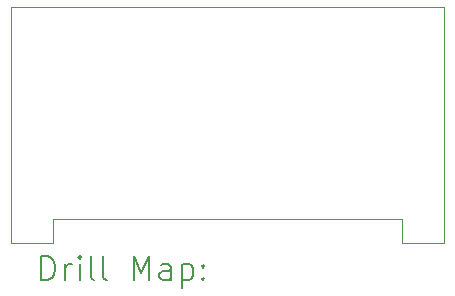
<source format=gbr>
%FSLAX45Y45*%
G04 Gerber Fmt 4.5, Leading zero omitted, Abs format (unit mm)*
G04 Created by KiCad (PCBNEW (6.0.0)) date 2022-11-09 00:21:32*
%MOMM*%
%LPD*%
G01*
G04 APERTURE LIST*
%TA.AperFunction,Profile*%
%ADD10C,0.100000*%
%TD*%
%ADD11C,0.200000*%
G04 APERTURE END LIST*
D10*
X13558000Y-10246000D02*
X13558000Y-10046000D01*
X16867000Y-8255000D02*
X16867000Y-10246000D01*
X16517000Y-10246000D02*
X16517000Y-10046000D01*
X13208000Y-8255000D02*
X16867000Y-8255000D01*
X16517000Y-10046000D02*
X13558000Y-10046000D01*
X13208000Y-8255000D02*
X13208000Y-10246000D01*
X16867000Y-10246000D02*
X16517000Y-10246000D01*
X13558000Y-10246000D02*
X13208000Y-10246000D01*
D11*
X13460619Y-10561476D02*
X13460619Y-10361476D01*
X13508238Y-10361476D01*
X13536809Y-10371000D01*
X13555857Y-10390048D01*
X13565381Y-10409095D01*
X13574905Y-10447190D01*
X13574905Y-10475762D01*
X13565381Y-10513857D01*
X13555857Y-10532905D01*
X13536809Y-10551952D01*
X13508238Y-10561476D01*
X13460619Y-10561476D01*
X13660619Y-10561476D02*
X13660619Y-10428143D01*
X13660619Y-10466238D02*
X13670143Y-10447190D01*
X13679667Y-10437667D01*
X13698714Y-10428143D01*
X13717762Y-10428143D01*
X13784428Y-10561476D02*
X13784428Y-10428143D01*
X13784428Y-10361476D02*
X13774905Y-10371000D01*
X13784428Y-10380524D01*
X13793952Y-10371000D01*
X13784428Y-10361476D01*
X13784428Y-10380524D01*
X13908238Y-10561476D02*
X13889190Y-10551952D01*
X13879667Y-10532905D01*
X13879667Y-10361476D01*
X14013000Y-10561476D02*
X13993952Y-10551952D01*
X13984428Y-10532905D01*
X13984428Y-10361476D01*
X14241571Y-10561476D02*
X14241571Y-10361476D01*
X14308238Y-10504333D01*
X14374905Y-10361476D01*
X14374905Y-10561476D01*
X14555857Y-10561476D02*
X14555857Y-10456714D01*
X14546333Y-10437667D01*
X14527286Y-10428143D01*
X14489190Y-10428143D01*
X14470143Y-10437667D01*
X14555857Y-10551952D02*
X14536809Y-10561476D01*
X14489190Y-10561476D01*
X14470143Y-10551952D01*
X14460619Y-10532905D01*
X14460619Y-10513857D01*
X14470143Y-10494810D01*
X14489190Y-10485286D01*
X14536809Y-10485286D01*
X14555857Y-10475762D01*
X14651095Y-10428143D02*
X14651095Y-10628143D01*
X14651095Y-10437667D02*
X14670143Y-10428143D01*
X14708238Y-10428143D01*
X14727286Y-10437667D01*
X14736809Y-10447190D01*
X14746333Y-10466238D01*
X14746333Y-10523381D01*
X14736809Y-10542429D01*
X14727286Y-10551952D01*
X14708238Y-10561476D01*
X14670143Y-10561476D01*
X14651095Y-10551952D01*
X14832048Y-10542429D02*
X14841571Y-10551952D01*
X14832048Y-10561476D01*
X14822524Y-10551952D01*
X14832048Y-10542429D01*
X14832048Y-10561476D01*
X14832048Y-10437667D02*
X14841571Y-10447190D01*
X14832048Y-10456714D01*
X14822524Y-10447190D01*
X14832048Y-10437667D01*
X14832048Y-10456714D01*
M02*

</source>
